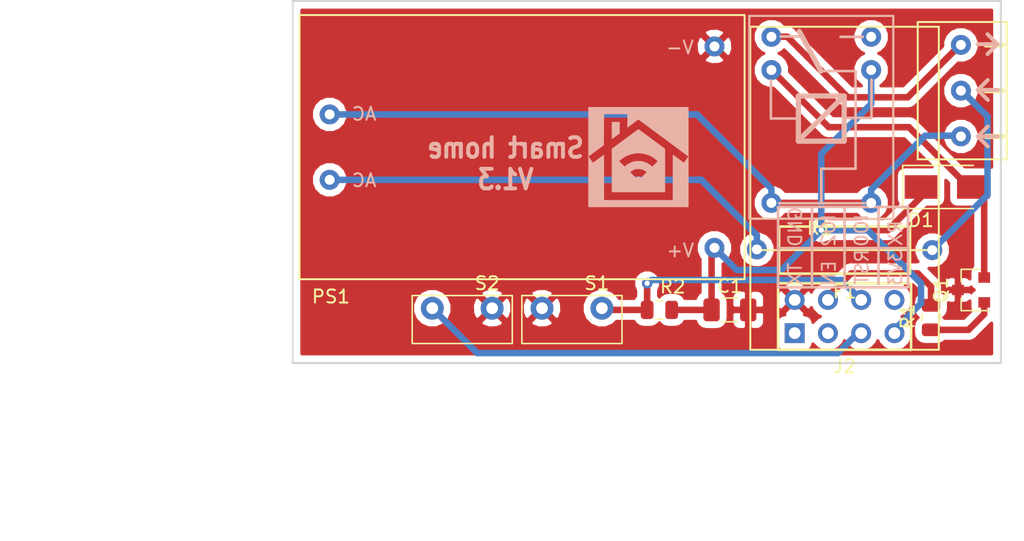
<source format=kicad_pcb>
(kicad_pcb (version 20171130) (host pcbnew 5.0.2+dfsg1-1)

  (general
    (thickness 1.6)
    (drawings 14)
    (tracks 74)
    (zones 0)
    (modules 15)
    (nets 16)
  )

  (page A4)
  (title_block
    (title "Smart Home Device")
    (rev v1.3)
    (comment 4 "Guillermo Gonzalez")
  )

  (layers
    (0 F.Cu signal)
    (31 B.Cu signal)
    (32 B.Adhes user)
    (33 F.Adhes user)
    (34 B.Paste user)
    (35 F.Paste user)
    (36 B.SilkS user)
    (37 F.SilkS user)
    (38 B.Mask user)
    (39 F.Mask user)
    (40 Dwgs.User user)
    (41 Cmts.User user)
    (42 Eco1.User user)
    (43 Eco2.User user)
    (44 Edge.Cuts user)
    (45 Margin user)
    (46 B.CrtYd user)
    (47 F.CrtYd user)
    (48 B.Fab user)
    (49 F.Fab user)
  )

  (setup
    (last_trace_width 0.5)
    (trace_clearance 0.2)
    (zone_clearance 0.508)
    (zone_45_only no)
    (trace_min 0.2)
    (segment_width 0.3)
    (edge_width 0.15)
    (via_size 0.8)
    (via_drill 0.4)
    (via_min_size 0.4)
    (via_min_drill 0.3)
    (uvia_size 0.3)
    (uvia_drill 0.1)
    (uvias_allowed no)
    (uvia_min_size 0.2)
    (uvia_min_drill 0.1)
    (pcb_text_width 0.3)
    (pcb_text_size 1.5 1.5)
    (mod_edge_width 0.15)
    (mod_text_size 1 1)
    (mod_text_width 0.15)
    (pad_size 1.75 1.75)
    (pad_drill 0.9)
    (pad_to_mask_clearance 0.051)
    (solder_mask_min_width 0.25)
    (aux_axis_origin 0 0)
    (visible_elements FFFFFFFF)
    (pcbplotparams
      (layerselection 0x010fc_ffffffff)
      (usegerberextensions true)
      (usegerberattributes false)
      (usegerberadvancedattributes false)
      (creategerberjobfile false)
      (excludeedgelayer true)
      (linewidth 1.000000)
      (plotframeref false)
      (viasonmask false)
      (mode 1)
      (useauxorigin false)
      (hpglpennumber 1)
      (hpglpenspeed 20)
      (hpglpendiameter 15.000000)
      (psnegative false)
      (psa4output false)
      (plotreference true)
      (plotvalue false)
      (plotinvisibletext false)
      (padsonsilk false)
      (subtractmaskfromsilk true)
      (outputformat 1)
      (mirror false)
      (drillshape 0)
      (scaleselection 1)
      (outputdirectory "/home/guille/kicad/smarthome-gerber/"))
  )

  (net 0 "")
  (net 1 LINE)
  (net 2 +VSW)
  (net 3 "Net-(J2-Pad1)")
  (net 4 "Net-(J2-Pad2)")
  (net 5 GND)
  (net 6 "Net-(J2-Pad5)")
  (net 7 "Net-(J2-Pad6)")
  (net 8 "Net-(F1-Pad1)")
  (net 9 "Net-(J2-Pad3)")
  (net 10 "Net-(J2-Pad7)")
  (net 11 "Net-(K1-Pad3)")
  (net 12 +3V3)
  (net 13 "Net-(D1-Pad2)")
  (net 14 "Net-(Q1-Pad2)")
  (net 15 "Net-(F1-Pad2)")

  (net_class Default "This is the default net class."
    (clearance 0.2)
    (trace_width 0.5)
    (via_dia 0.8)
    (via_drill 0.4)
    (uvia_dia 0.3)
    (uvia_drill 0.1)
    (add_net +3V3)
    (add_net +VSW)
    (add_net GND)
    (add_net LINE)
    (add_net "Net-(D1-Pad2)")
    (add_net "Net-(F1-Pad1)")
    (add_net "Net-(F1-Pad2)")
    (add_net "Net-(J2-Pad1)")
    (add_net "Net-(J2-Pad2)")
    (add_net "Net-(J2-Pad3)")
    (add_net "Net-(J2-Pad5)")
    (add_net "Net-(J2-Pad6)")
    (add_net "Net-(J2-Pad7)")
    (add_net "Net-(K1-Pad3)")
    (add_net "Net-(Q1-Pad2)")
  )

  (module footprints:logo (layer F.Cu) (tedit 62D1AC5A) (tstamp 62C645D2)
    (at 105.156 90.424)
    (fp_text reference G*** (at -11.684 9.906) (layer F.SilkS) hide
      (effects (font (size 1.524 1.524) (thickness 0.3)))
    )
    (fp_text value LOGO (at -10.668 3.302) (layer F.SilkS) hide
      (effects (font (size 1.524 1.524) (thickness 0.3)))
    )
  )

  (module footprints:logo (layer F.Cu) (tedit 62D1AC59) (tstamp 62C645DC)
    (at 102.87 98.044)
    (fp_text reference G*** (at 0.508 3.302) (layer F.SilkS) hide
      (effects (font (size 1.524 1.524) (thickness 0.3)))
    )
    (fp_text value LOGO (at 0.75 0) (layer F.SilkS) hide
      (effects (font (size 1.524 1.524) (thickness 0.3)))
    )
  )

  (module footprints:D_SMA (layer F.Cu) (tedit 586432E5) (tstamp 63481D4E)
    (at 163.036 75.692)
    (descr "Diode SMA (DO-214AC)")
    (tags "Diode SMA (DO-214AC)")
    (path /62CABD93)
    (attr smd)
    (fp_text reference D1 (at -2 2.54) (layer F.SilkS)
      (effects (font (size 1 1) (thickness 0.15)))
    )
    (fp_text value Diode (at 0 2.6) (layer F.Fab)
      (effects (font (size 1 1) (thickness 0.15)))
    )
    (fp_line (start -3.4 -1.65) (end 2 -1.65) (layer F.SilkS) (width 0.12))
    (fp_line (start -3.4 1.65) (end 2 1.65) (layer F.SilkS) (width 0.12))
    (fp_line (start -0.64944 0.00102) (end 0.50118 -0.79908) (layer F.Fab) (width 0.1))
    (fp_line (start -0.64944 0.00102) (end 0.50118 0.75032) (layer F.Fab) (width 0.1))
    (fp_line (start 0.50118 0.75032) (end 0.50118 -0.79908) (layer F.Fab) (width 0.1))
    (fp_line (start -0.64944 -0.79908) (end -0.64944 0.80112) (layer F.Fab) (width 0.1))
    (fp_line (start 0.50118 0.00102) (end 1.4994 0.00102) (layer F.Fab) (width 0.1))
    (fp_line (start -0.64944 0.00102) (end -1.55114 0.00102) (layer F.Fab) (width 0.1))
    (fp_line (start -3.5 1.75) (end -3.5 -1.75) (layer F.CrtYd) (width 0.05))
    (fp_line (start 3.5 1.75) (end -3.5 1.75) (layer F.CrtYd) (width 0.05))
    (fp_line (start 3.5 -1.75) (end 3.5 1.75) (layer F.CrtYd) (width 0.05))
    (fp_line (start -3.5 -1.75) (end 3.5 -1.75) (layer F.CrtYd) (width 0.05))
    (fp_line (start 2.3 -1.5) (end -2.3 -1.5) (layer F.Fab) (width 0.1))
    (fp_line (start 2.3 -1.5) (end 2.3 1.5) (layer F.Fab) (width 0.1))
    (fp_line (start -2.3 1.5) (end -2.3 -1.5) (layer F.Fab) (width 0.1))
    (fp_line (start 2.3 1.5) (end -2.3 1.5) (layer F.Fab) (width 0.1))
    (fp_line (start -3.4 -1.65) (end -3.4 1.65) (layer F.SilkS) (width 0.12))
    (fp_text user %R (at -0.984 2.54) (layer F.Fab)
      (effects (font (size 1 1) (thickness 0.15)))
    )
    (pad 2 smd rect (at 2 0) (size 2.5 1.8) (layers F.Cu F.Paste F.Mask)
      (net 13 "Net-(D1-Pad2)"))
    (pad 1 smd rect (at -2 0) (size 2.5 1.8) (layers F.Cu F.Paste F.Mask)
      (net 12 +3V3))
    (model ${KISYS3DMOD}/Diode_SMD.3dshapes/D_SMA.wrl
      (at (xyz 0 0 0))
      (scale (xyz 1 1 1))
      (rotate (xyz 0 0 0))
    )
  )

  (module footprints:R_0805_2012Metric (layer F.Cu) (tedit 5B36C52B) (tstamp 62DD76ED)
    (at 161.798 85.6765 90)
    (descr "Resistor SMD 0805 (2012 Metric), square (rectangular) end terminal, IPC_7351 nominal, (Body size source: https://docs.google.com/spreadsheets/d/1BsfQQcO9C6DZCsRaXUlFlo91Tg2WpOkGARC1WS5S8t0/edit?usp=sharing), generated with kicad-footprint-generator")
    (tags resistor)
    (path /62CA9825)
    (attr smd)
    (fp_text reference R1 (at 0.0785 -1.778 90) (layer F.SilkS)
      (effects (font (size 1 1) (thickness 0.15)))
    )
    (fp_text value 1K (at 0 1.65 90) (layer F.Fab)
      (effects (font (size 1 1) (thickness 0.15)))
    )
    (fp_text user %R (at 0 0 90) (layer F.Fab)
      (effects (font (size 0.5 0.5) (thickness 0.08)))
    )
    (fp_line (start 1.68 0.95) (end -1.68 0.95) (layer F.CrtYd) (width 0.05))
    (fp_line (start 1.68 -0.95) (end 1.68 0.95) (layer F.CrtYd) (width 0.05))
    (fp_line (start -1.68 -0.95) (end 1.68 -0.95) (layer F.CrtYd) (width 0.05))
    (fp_line (start -1.68 0.95) (end -1.68 -0.95) (layer F.CrtYd) (width 0.05))
    (fp_line (start -0.258578 0.71) (end 0.258578 0.71) (layer F.SilkS) (width 0.12))
    (fp_line (start -0.258578 -0.71) (end 0.258578 -0.71) (layer F.SilkS) (width 0.12))
    (fp_line (start 1 0.6) (end -1 0.6) (layer F.Fab) (width 0.1))
    (fp_line (start 1 -0.6) (end 1 0.6) (layer F.Fab) (width 0.1))
    (fp_line (start -1 -0.6) (end 1 -0.6) (layer F.Fab) (width 0.1))
    (fp_line (start -1 0.6) (end -1 -0.6) (layer F.Fab) (width 0.1))
    (pad 2 smd roundrect (at 0.9375 0 90) (size 0.975 1.4) (layers F.Cu F.Paste F.Mask) (roundrect_rratio 0.25)
      (net 10 "Net-(J2-Pad7)"))
    (pad 1 smd roundrect (at -0.9375 0 90) (size 0.975 1.4) (layers F.Cu F.Paste F.Mask) (roundrect_rratio 0.25)
      (net 14 "Net-(Q1-Pad2)"))
    (model ${KISYS3DMOD}/Resistor_SMD.3dshapes/R_0805_2012Metric.wrl
      (at (xyz 0 0 0))
      (scale (xyz 1 1 1))
      (rotate (xyz 0 0 0))
    )
  )

  (module footprints:C_1206_3216Metric (layer F.Cu) (tedit 5B301BBE) (tstamp 6369716F)
    (at 146.434 85.09)
    (descr "Capacitor SMD 1206 (3216 Metric), square (rectangular) end terminal, IPC_7351 nominal, (Body size source: http://www.tortai-tech.com/upload/download/2011102023233369053.pdf), generated with kicad-footprint-generator")
    (tags capacitor)
    (path /62B3A0CF)
    (attr smd)
    (fp_text reference C1 (at 0 -1.82) (layer F.SilkS)
      (effects (font (size 1 1) (thickness 0.15)))
    )
    (fp_text value 10uF (at 0 1.82) (layer F.Fab)
      (effects (font (size 1 1) (thickness 0.15)))
    )
    (fp_text user %R (at 0 0) (layer F.Fab)
      (effects (font (size 0.8 0.8) (thickness 0.12)))
    )
    (fp_line (start 2.28 1.12) (end -2.28 1.12) (layer F.CrtYd) (width 0.05))
    (fp_line (start 2.28 -1.12) (end 2.28 1.12) (layer F.CrtYd) (width 0.05))
    (fp_line (start -2.28 -1.12) (end 2.28 -1.12) (layer F.CrtYd) (width 0.05))
    (fp_line (start -2.28 1.12) (end -2.28 -1.12) (layer F.CrtYd) (width 0.05))
    (fp_line (start -0.602064 0.91) (end 0.602064 0.91) (layer F.SilkS) (width 0.12))
    (fp_line (start -0.602064 -0.91) (end 0.602064 -0.91) (layer F.SilkS) (width 0.12))
    (fp_line (start 1.6 0.8) (end -1.6 0.8) (layer F.Fab) (width 0.1))
    (fp_line (start 1.6 -0.8) (end 1.6 0.8) (layer F.Fab) (width 0.1))
    (fp_line (start -1.6 -0.8) (end 1.6 -0.8) (layer F.Fab) (width 0.1))
    (fp_line (start -1.6 0.8) (end -1.6 -0.8) (layer F.Fab) (width 0.1))
    (pad 2 smd roundrect (at 1.4 0) (size 1.25 1.75) (layers F.Cu F.Paste F.Mask) (roundrect_rratio 0.2)
      (net 5 GND))
    (pad 1 smd roundrect (at -1.4 0) (size 1.25 1.75) (layers F.Cu F.Paste F.Mask) (roundrect_rratio 0.2)
      (net 12 +3V3))
    (model ${KISYS3DMOD}/Capacitor_SMD.3dshapes/C_1206_3216Metric.wrl
      (at (xyz 0 0 0))
      (scale (xyz 1 1 1))
      (rotate (xyz 0 0 0))
    )
  )

  (module footprints:SOT-23 (layer F.Cu) (tedit 62C9F7AA) (tstamp 62DCFC50)
    (at 164.862 83.566 180)
    (descr "SOT-23, Standard")
    (tags SOT-23)
    (path /62C9EFB8)
    (attr smd)
    (fp_text reference Q1 (at 2.302 0 270) (layer F.SilkS)
      (effects (font (size 1 1) (thickness 0.15)))
    )
    (fp_text value MMBT4403 (at 0 2.5 180) (layer F.Fab)
      (effects (font (size 1 1) (thickness 0.15)))
    )
    (fp_line (start 0.76 1.58) (end -0.7 1.58) (layer F.SilkS) (width 0.12))
    (fp_line (start 0.76 -1.58) (end -1.4 -1.58) (layer F.SilkS) (width 0.12))
    (fp_line (start -1.7 1.75) (end -1.7 -1.75) (layer F.CrtYd) (width 0.05))
    (fp_line (start 1.7 1.75) (end -1.7 1.75) (layer F.CrtYd) (width 0.05))
    (fp_line (start 1.7 -1.75) (end 1.7 1.75) (layer F.CrtYd) (width 0.05))
    (fp_line (start -1.7 -1.75) (end 1.7 -1.75) (layer F.CrtYd) (width 0.05))
    (fp_line (start 0.76 -1.58) (end 0.76 -0.65) (layer F.SilkS) (width 0.12))
    (fp_line (start 0.76 1.58) (end 0.76 0.65) (layer F.SilkS) (width 0.12))
    (fp_line (start -0.7 1.52) (end 0.7 1.52) (layer F.Fab) (width 0.1))
    (fp_line (start 0.7 -1.52) (end 0.7 1.52) (layer F.Fab) (width 0.1))
    (fp_line (start -0.7 -0.95) (end -0.15 -1.52) (layer F.Fab) (width 0.1))
    (fp_line (start -0.15 -1.52) (end 0.7 -1.52) (layer F.Fab) (width 0.1))
    (fp_line (start -0.7 -0.95) (end -0.7 1.5) (layer F.Fab) (width 0.1))
    (fp_text user %R (at 0 0 270) (layer F.Fab)
      (effects (font (size 0.5 0.5) (thickness 0.075)))
    )
    (pad 3 smd rect (at 1 0 180) (size 0.9 0.8) (layers F.Cu F.Paste F.Mask)
      (net 5 GND))
    (pad 1 smd rect (at -1 0.95 180) (size 0.9 0.8) (layers F.Cu F.Paste F.Mask)
      (net 13 "Net-(D1-Pad2)"))
    (pad 2 smd rect (at -1 -0.95 180) (size 0.9 0.8) (layers F.Cu F.Paste F.Mask)
      (net 14 "Net-(Q1-Pad2)"))
    (model ${KISYS3DMOD}/Package_TO_SOT_SMD.3dshapes/SOT-23.wrl
      (at (xyz 0 0 0))
      (scale (xyz 1 1 1))
      (rotate (xyz 0 0 0))
    )
  )

  (module footprints:logo (layer B.Cu) (tedit 0) (tstamp 62DD867E)
    (at 139.446 73.406 180)
    (fp_text reference G*** (at 0 0 180) (layer B.SilkS) hide
      (effects (font (size 1.524 1.524) (thickness 0.3)) (justify mirror))
    )
    (fp_text value LOGO (at 0.75 0 180) (layer B.SilkS) hide
      (effects (font (size 1.524 1.524) (thickness 0.3)) (justify mirror))
    )
    (fp_poly (pts (xy 2.032 2.032) (xy 2.031918 1.895088) (xy 2.031683 1.767839) (xy 2.031313 1.653268)
      (xy 2.030824 1.554389) (xy 2.030234 1.474217) (xy 2.02956 1.415765) (xy 2.02882 1.382049)
      (xy 2.028264 1.37478) (xy 2.015763 1.383362) (xy 1.982591 1.407391) (xy 1.932033 1.444451)
      (xy 1.867375 1.492127) (xy 1.791904 1.548004) (xy 1.729441 1.594392) (xy 1.434353 1.813813)
      (xy 1.434353 2.689412) (xy 2.032 2.689412) (xy 2.032 2.032)) (layer B.SilkS) (width 0.01))
    (fp_poly (pts (xy 0.015154 2.119036) (xy 0.052451 2.093768) (xy 0.110089 2.05324) (xy 0.186264 1.998763)
      (xy 0.279176 1.931645) (xy 0.387022 1.853196) (xy 0.508 1.764725) (xy 0.640308 1.667542)
      (xy 0.782144 1.562954) (xy 0.931705 1.452273) (xy 1.027157 1.381436) (xy 2.031903 0.635)
      (xy 2.031951 -1.027206) (xy 2.032 -2.689411) (xy -2.032 -2.689411) (xy -2.031745 -1.156586)
      (xy -0.628495 -1.156586) (xy -0.422772 -1.362705) (xy -0.359465 -1.42612) (xy -0.304033 -1.481622)
      (xy -0.259681 -1.526005) (xy -0.229612 -1.556062) (xy -0.217031 -1.568587) (xy -0.216848 -1.568761)
      (xy -0.204673 -1.562605) (xy -0.173473 -1.546791) (xy -0.143145 -1.531408) (xy -0.051846 -1.499442)
      (xy 0.038499 -1.497238) (xy 0.129586 -1.524796) (xy 0.143144 -1.531358) (xy 0.216647 -1.568599)
      (xy 0.424248 -1.361045) (xy 0.631849 -1.15349) (xy 0.528836 -1.077717) (xy 0.394094 -0.996115)
      (xy 0.247595 -0.939221) (xy 0.094603 -0.908402) (xy -0.059621 -0.905029) (xy -0.113303 -0.910639)
      (xy -0.250477 -0.941056) (xy -0.384668 -0.991891) (xy -0.506915 -1.059134) (xy -0.594395 -1.125887)
      (xy -0.628495 -1.156586) (xy -2.031745 -1.156586) (xy -2.031723 -1.027206) (xy -2.031604 -0.31155)
      (xy -1.471706 -0.31155) (xy -1.263674 -0.520888) (xy -1.055641 -0.730226) (xy -0.983526 -0.665389)
      (xy -0.928936 -0.619669) (xy -0.866081 -0.571789) (xy -0.828362 -0.545427) (xy -0.717904 -0.480546)
      (xy -0.590768 -0.419581) (xy -0.460092 -0.368419) (xy -0.37353 -0.341587) (xy -0.319033 -0.328068)
      (xy -0.267413 -0.318539) (xy -0.211474 -0.312336) (xy -0.144015 -0.30879) (xy -0.057838 -0.307236)
      (xy 0 -0.306988) (xy 0.098707 -0.307426) (xy 0.174707 -0.309486) (xy 0.235161 -0.313822)
      (xy 0.287229 -0.32109) (xy 0.338072 -0.331943) (xy 0.373529 -0.341142) (xy 0.544902 -0.399165)
      (xy 0.711252 -0.47735) (xy 0.864323 -0.571311) (xy 0.983526 -0.665389) (xy 1.05564 -0.730226)
      (xy 1.471706 -0.31182) (xy 1.397 -0.243101) (xy 1.20943 -0.09067) (xy 1.005063 0.037323)
      (xy 0.784905 0.140437) (xy 0.54996 0.218234) (xy 0.301235 0.270275) (xy 0.187232 0.284949)
      (xy -0.038425 0.29421) (xy -0.267661 0.27618) (xy -0.496219 0.232256) (xy -0.719847 0.163833)
      (xy -0.934288 0.072306) (xy -1.135288 -0.040931) (xy -1.318593 -0.17448) (xy -1.382059 -0.229658)
      (xy -1.471706 -0.31155) (xy -2.031604 -0.31155) (xy -2.031445 0.635) (xy -1.026928 1.381299)
      (xy -0.873512 1.495086) (xy -0.726708 1.603593) (xy -0.58832 1.70551) (xy -0.460149 1.799528)
      (xy -0.343999 1.884336) (xy -0.24167 1.958624) (xy -0.154966 2.021082) (xy -0.085689 2.0704)
      (xy -0.035642 2.105269) (xy -0.006625 2.124377) (xy 0 2.127735) (xy 0.015154 2.119036)) (layer B.SilkS) (width 0.01))
    (fp_poly (pts (xy 3.824941 -3.824941) (xy -3.824941 -3.824941) (xy -3.824941 0.039667) (xy -3.809508 0.039667)
      (xy -3.801119 0.024291) (xy -3.777466 -0.011024) (xy -3.741302 -0.062373) (xy -3.695378 -0.125856)
      (xy -3.642446 -0.197568) (xy -3.63834 -0.203076) (xy -3.46668 -0.433192) (xy -3.055222 -0.126949)
      (xy -2.958303 -0.054961) (xy -2.869107 0.011007) (xy -2.790432 0.068909) (xy -2.725072 0.116698)
      (xy -2.675824 0.152329) (xy -2.645484 0.173755) (xy -2.636706 0.179294) (xy -2.63579 0.164663)
      (xy -2.634909 0.122006) (xy -2.63407 0.053182) (xy -2.63328 -0.039953) (xy -2.632548 -0.155542)
      (xy -2.631881 -0.291726) (xy -2.631286 -0.446649) (xy -2.630771 -0.618454) (xy -2.630344 -0.805283)
      (xy -2.630012 -1.005278) (xy -2.629782 -1.216584) (xy -2.629663 -1.437341) (xy -2.629647 -1.553882)
      (xy -2.629647 -3.287059) (xy 2.629647 -3.287059) (xy 2.629647 -1.553882) (xy 2.62971 -1.328988)
      (xy 2.629895 -1.112593) (xy 2.630192 -0.906552) (xy 2.630595 -0.712723) (xy 2.631095 -0.532964)
      (xy 2.631684 -0.369132) (xy 2.632354 -0.223084) (xy 2.633097 -0.096678) (xy 2.633906 0.00823)
      (xy 2.634771 0.089782) (xy 2.635685 0.146121) (xy 2.636639 0.175389) (xy 2.637144 0.179294)
      (xy 2.650464 0.170689) (xy 2.684917 0.14624) (xy 2.737701 0.107994) (xy 2.806017 0.058)
      (xy 2.887062 -0.001695) (xy 2.978036 -0.069042) (xy 3.05557 -0.126671) (xy 3.4665 -0.432637)
      (xy 3.63825 -0.203825) (xy 3.691715 -0.131875) (xy 3.738329 -0.067765) (xy 3.775325 -0.015416)
      (xy 3.799933 0.02125) (xy 3.809385 0.038311) (xy 3.809409 0.038641) (xy 3.79764 0.049981)
      (xy 3.764114 0.077265) (xy 3.711143 0.118729) (xy 3.64104 0.172608) (xy 3.556118 0.237135)
      (xy 3.458688 0.310547) (xy 3.351063 0.391078) (xy 3.235556 0.476962) (xy 3.222968 0.48629)
      (xy 2.637117 0.920287) (xy 2.629467 3.287059) (xy 0.836706 3.287059) (xy 0.836706 2.256924)
      (xy 0.426184 2.562815) (xy 0.32905 2.63488) (xy 0.239256 2.700899) (xy 0.159665 2.758815)
      (xy 0.093139 2.806569) (xy 0.042539 2.842103) (xy 0.010728 2.86336) (xy 0.000785 2.868706)
      (xy -0.012717 2.859949) (xy -0.048855 2.834331) (xy -0.106297 2.792835) (xy -0.18371 2.736445)
      (xy -0.27976 2.666141) (xy -0.393113 2.582907) (xy -0.522436 2.487725) (xy -0.666396 2.381578)
      (xy -0.82366 2.265447) (xy -0.992893 2.140316) (xy -1.172762 2.007167) (xy -1.361935 1.866983)
      (xy -1.559077 1.720745) (xy -1.762855 1.569436) (xy -1.788819 1.550147) (xy -1.995497 1.396603)
      (xy -2.197002 1.246922) (xy -2.391891 1.102176) (xy -2.578718 0.963437) (xy -2.75604 0.831776)
      (xy -2.922413 0.708265) (xy -3.076391 0.593977) (xy -3.216532 0.489983) (xy -3.341391 0.397355)
      (xy -3.449523 0.317165) (xy -3.539484 0.250484) (xy -3.609831 0.198384) (xy -3.659118 0.161938)
      (xy -3.685903 0.142217) (xy -3.68628 0.141941) (xy -3.737716 0.103238) (xy -3.778653 0.070279)
      (xy -3.803918 0.047357) (xy -3.809508 0.039667) (xy -3.824941 0.039667) (xy -3.824941 3.824941)
      (xy 3.824941 3.824941) (xy 3.824941 -3.824941)) (layer B.SilkS) (width 0.01))
  )

  (module footprints:R_0805_2012Metric (layer F.Cu) (tedit 5B36C52B) (tstamp 638C05AB)
    (at 141.0485 85.09)
    (descr "Resistor SMD 0805 (2012 Metric), square (rectangular) end terminal, IPC_7351 nominal, (Body size source: https://docs.google.com/spreadsheets/d/1BsfQQcO9C6DZCsRaXUlFlo91Tg2WpOkGARC1WS5S8t0/edit?usp=sharing), generated with kicad-footprint-generator")
    (tags resistor)
    (path /62CB6C0D)
    (attr smd)
    (fp_text reference R2 (at 1.016 -1.778) (layer F.SilkS)
      (effects (font (size 1 1) (thickness 0.15)))
    )
    (fp_text value 10K (at 0 1.65) (layer F.Fab)
      (effects (font (size 1 1) (thickness 0.15)))
    )
    (fp_text user %R (at 0.5865 0.508) (layer F.Fab)
      (effects (font (size 0.5 0.5) (thickness 0.08)))
    )
    (fp_line (start 1.68 0.95) (end -1.68 0.95) (layer F.CrtYd) (width 0.05))
    (fp_line (start 1.68 -0.95) (end 1.68 0.95) (layer F.CrtYd) (width 0.05))
    (fp_line (start -1.68 -0.95) (end 1.68 -0.95) (layer F.CrtYd) (width 0.05))
    (fp_line (start -1.68 0.95) (end -1.68 -0.95) (layer F.CrtYd) (width 0.05))
    (fp_line (start -0.258578 0.71) (end 0.258578 0.71) (layer F.SilkS) (width 0.12))
    (fp_line (start -0.258578 -0.71) (end 0.258578 -0.71) (layer F.SilkS) (width 0.12))
    (fp_line (start 1 0.6) (end -1 0.6) (layer F.Fab) (width 0.1))
    (fp_line (start 1 -0.6) (end 1 0.6) (layer F.Fab) (width 0.1))
    (fp_line (start -1 -0.6) (end 1 -0.6) (layer F.Fab) (width 0.1))
    (fp_line (start -1 0.6) (end -1 -0.6) (layer F.Fab) (width 0.1))
    (pad 2 smd roundrect (at 0.9375 0) (size 0.975 1.4) (layers F.Cu F.Paste F.Mask) (roundrect_rratio 0.25)
      (net 12 +3V3))
    (pad 1 smd roundrect (at -0.9375 0) (size 0.975 1.4) (layers F.Cu F.Paste F.Mask) (roundrect_rratio 0.25)
      (net 7 "Net-(J2-Pad6)"))
    (model ${KISYS3DMOD}/Resistor_SMD.3dshapes/R_0805_2012Metric.wrl
      (at (xyz 0 0 0))
      (scale (xyz 1 1 1))
      (rotate (xyz 0 0 0))
    )
  )

  (module footprints:SW_Tactile (layer F.Cu) (tedit 62D163C5) (tstamp 62DD400B)
    (at 134.366 85.852 180)
    (descr "tactile switch SPST right angle, PTS645VL39-2 LFS")
    (tags "tactile switch SPST angled PTS645VL39-2 LFS C&K Button")
    (path /62CB6294)
    (fp_text reference S1 (at -1.905 2.794 180) (layer F.SilkS)
      (effects (font (size 1 1) (thickness 0.15)))
    )
    (fp_text value "init setup" (at -0.127 4.953 180) (layer F.Fab)
      (effects (font (size 1 1) (thickness 0.15)))
    )
    (fp_line (start -3.824 1.859) (end 3.824 1.859) (layer F.SilkS) (width 0.12))
    (fp_line (start -3.714 1.749) (end -3.714 -1.701) (layer F.CrtYd) (width 0.1))
    (fp_line (start -3.714 -1.701) (end 3.714 -1.701) (layer F.CrtYd) (width 0.1))
    (fp_line (start -3.824 -1.811) (end -3.824 1.859) (layer F.SilkS) (width 0.12))
    (fp_line (start 3.824 -1.811) (end 3.824 1.859) (layer F.SilkS) (width 0.12))
    (fp_line (start -3.824 -1.811) (end 3.824 -1.811) (layer F.SilkS) (width 0.12))
    (fp_line (start 3.714 1.749) (end 3.714 -1.701) (layer F.CrtYd) (width 0.1))
    (fp_line (start -3.714 1.749) (end 3.714 1.749) (layer F.CrtYd) (width 0.1))
    (fp_line (start -1.786 -2.961) (end 1.714 -2.961) (layer F.CrtYd) (width 0.1))
    (fp_line (start 1.714 -2.961) (end 1.714 -1.701) (layer F.CrtYd) (width 0.1))
    (fp_line (start -1.786 -2.961) (end -1.786 -1.701) (layer F.CrtYd) (width 0.1))
    (pad 1 thru_hole circle (at -2.286 0.889 180) (size 1.75 1.75) (drill 0.9) (layers *.Cu *.Mask)
      (net 7 "Net-(J2-Pad6)"))
    (pad 2 thru_hole circle (at 2.286 0.889 180) (size 1.75 1.75) (drill 0.9) (layers *.Cu *.Mask)
      (net 5 GND))
    (model ${KISYS3DMOD}/Button_Switch_THT.3dshapes/SW_Tactile_SPST_Angled_PTS645Vx39-2LFS.wrl
      (at (xyz 0 0 0))
      (scale (xyz 1 1 1))
      (rotate (xyz 0 0 0))
    )
  )

  (module footprints:SW_Tactile (layer F.Cu) (tedit 62D163C5) (tstamp 62DD411E)
    (at 125.984 85.852 180)
    (descr "tactile switch SPST right angle, PTS645VL39-2 LFS")
    (tags "tactile switch SPST angled PTS645VL39-2 LFS C&K Button")
    (path /62CC5C08)
    (fp_text reference S2 (at -1.905 2.794 180) (layer F.SilkS)
      (effects (font (size 1 1) (thickness 0.15)))
    )
    (fp_text value reset (at -0.127 4.953 180) (layer F.Fab)
      (effects (font (size 1 1) (thickness 0.15)))
    )
    (fp_line (start -3.824 1.859) (end 3.824 1.859) (layer F.SilkS) (width 0.12))
    (fp_line (start -3.714 1.749) (end -3.714 -1.701) (layer F.CrtYd) (width 0.1))
    (fp_line (start -3.714 -1.701) (end 3.714 -1.701) (layer F.CrtYd) (width 0.1))
    (fp_line (start -3.824 -1.811) (end -3.824 1.859) (layer F.SilkS) (width 0.12))
    (fp_line (start 3.824 -1.811) (end 3.824 1.859) (layer F.SilkS) (width 0.12))
    (fp_line (start -3.824 -1.811) (end 3.824 -1.811) (layer F.SilkS) (width 0.12))
    (fp_line (start 3.714 1.749) (end 3.714 -1.701) (layer F.CrtYd) (width 0.1))
    (fp_line (start -3.714 1.749) (end 3.714 1.749) (layer F.CrtYd) (width 0.1))
    (fp_line (start -1.786 -2.961) (end 1.714 -2.961) (layer F.CrtYd) (width 0.1))
    (fp_line (start 1.714 -2.961) (end 1.714 -1.701) (layer F.CrtYd) (width 0.1))
    (fp_line (start -1.786 -2.961) (end -1.786 -1.701) (layer F.CrtYd) (width 0.1))
    (pad 1 thru_hole circle (at -2.286 0.889 180) (size 1.75 1.75) (drill 0.9) (layers *.Cu *.Mask)
      (net 5 GND))
    (pad 2 thru_hole circle (at 2.286 0.889 180) (size 1.75 1.75) (drill 0.9) (layers *.Cu *.Mask)
      (net 9 "Net-(J2-Pad3)"))
    (model ${KISYS3DMOD}/Button_Switch_THT.3dshapes/SW_Tactile_SPST_Angled_PTS645Vx39-2LFS.wrl
      (at (xyz 0 0 0))
      (scale (xyz 1 1 1))
      (rotate (xyz 0 0 0))
    )
  )

  (module footprints:KF350 (layer F.Cu) (tedit 62D1650B) (tstamp 62DD46F5)
    (at 164.084 68.326 90)
    (path /62B11E95)
    (fp_text reference J1 (at 0 5.08 90) (layer F.SilkS) hide
      (effects (font (size 1.524 1.524) (thickness 0.3)))
    )
    (fp_text value KF350 (at 0 -5.08 90) (layer F.SilkS) hide
      (effects (font (size 1.524 1.524) (thickness 0.3)))
    )
    (fp_line (start -5.25 3.5) (end -5.25 -3.3) (layer F.SilkS) (width 0.15))
    (fp_line (start 5.25 3.5) (end 5.25 -3.3) (layer F.SilkS) (width 0.15))
    (fp_line (start 5.25 -3.3) (end -5.25 -3.3) (layer F.SilkS) (width 0.15))
    (fp_line (start 5.25 3.5) (end -5.25 3.5) (layer F.SilkS) (width 0.15))
    (fp_line (start 0 1.905) (end 0 3.175) (layer F.SilkS) (width 0.4))
    (fp_line (start 3.5 1.905) (end 3.5 3.175) (layer F.SilkS) (width 0.4))
    (fp_line (start -3.5 1.905) (end -3.5 3.175) (layer F.SilkS) (width 0.4))
    (fp_line (start -5.35 -3.4) (end -5.35 3.6) (layer F.CrtYd) (width 0.2))
    (fp_line (start -5.35 3.6) (end 5.35 3.6) (layer F.CrtYd) (width 0.2))
    (fp_line (start 5.347986 3.563671) (end 5.347986 -3.436329) (layer F.CrtYd) (width 0.2))
    (fp_line (start 5.347986 -3.436329) (end -5.352014 -3.436329) (layer F.CrtYd) (width 0.2))
    (pad 1 thru_hole circle (at -3.5 0 90) (size 1.524 1.524) (drill 0.762) (layers *.Cu *.Mask)
      (net 1 LINE))
    (pad 2 thru_hole circle (at 0 0 90) (size 1.524 1.524) (drill 0.762) (layers *.Cu *.Mask)
      (net 15 "Net-(F1-Pad2)"))
    (pad 3 thru_hole circle (at 3.5 0 90) (size 1.524 1.524) (drill 0.762) (layers *.Cu *.Mask)
      (net 2 +VSW))
  )

  (module "footprints:JRC-21F(4100)" (layer F.Cu) (tedit 62D177EA) (tstamp 62DD5924)
    (at 153.416 70.358 90)
    (path /62B11642)
    (fp_text reference K1 (at -8.4836 -0.127 180) (layer F.SilkS)
      (effects (font (size 1 1) (thickness 0.15)))
    )
    (fp_text value "JRC-21F(4100)" (at 0 0 90) (layer F.Fab)
      (effects (font (size 1 1) (thickness 0.15)))
    )
    (fp_line (start -7.75 -5.5) (end -7.75 5.5) (layer F.SilkS) (width 0.15))
    (fp_line (start 7.75 -5.5) (end 7.75 5.5) (layer F.SilkS) (width 0.15))
    (fp_line (start 7.75 5.5) (end -7.75 5.5) (layer F.SilkS) (width 0.15))
    (fp_line (start 7.75 -5.5) (end -7.75 -5.5) (layer F.SilkS) (width 0.15))
    (fp_line (start 7.85 5.6) (end 7.85 -5.6) (layer F.CrtYd) (width 0.2))
    (fp_line (start -7.85 5.6) (end -7.85 -5.6) (layer F.CrtYd) (width 0.2))
    (fp_line (start -7.85 -5.6) (end 7.85 -5.6) (layer F.CrtYd) (width 0.2))
    (fp_line (start -7.85 5.6) (end 7.85 5.6) (layer F.CrtYd) (width 0.2))
    (fp_line (start -1.8288 -1.75) (end -1.8288 1.75) (layer B.SilkS) (width 0.4))
    (fp_line (start -1.8288 1.75) (end 1.6256 1.75) (layer B.SilkS) (width 0.4))
    (fp_line (start 1.627462 -1.75) (end -1.826938 -1.75) (layer B.SilkS) (width 0.4))
    (fp_line (start 1.627462 1.75) (end 1.627462 -1.75) (layer B.SilkS) (width 0.4))
    (fp_line (start -1.778 -1.75) (end 1.5748 1.7018) (layer B.SilkS) (width 0.4))
    (fp_line (start 2.8702 3.8354) (end -0.0508 3.8354) (layer B.SilkS) (width 0.2))
    (fp_line (start -0.0508 3.8354) (end -0.0508 1.8034) (layer B.SilkS) (width 0.2))
    (fp_line (start -0.095863 -3.851291) (end -0.095863 -1.819291) (layer B.SilkS) (width 0.2))
    (fp_line (start 2.825137 -3.851291) (end -0.095863 -3.851291) (layer B.SilkS) (width 0.2))
    (fp_line (start 6.1468 3.175) (end 6.1468 1.4732) (layer B.SilkS) (width 0.2))
    (fp_line (start 6.1722 -3.0988) (end 6.1722 -1.651) (layer B.SilkS) (width 0.2))
    (fp_line (start -6.5786 -3.2258) (end -6.5786 3.302) (layer B.SilkS) (width 0.2))
    (fp_line (start -6.5532 0) (end -3.937 0) (layer B.SilkS) (width 0.2))
    (fp_line (start -3.937 0) (end -3.937 2.6162) (layer B.SilkS) (width 0.2))
    (fp_line (start -3.937 2.6162) (end 3.5306 2.6162) (layer B.SilkS) (width 0.2))
    (fp_line (start 3.5306 2.6162) (end 3.5306 0) (layer B.SilkS) (width 0.2))
    (fp_line (start 3.5306 -0.0254) (end 6.5532 -1.6764) (layer B.SilkS) (width 0.4))
    (fp_line (start 7.75 -5.5) (end 7.75 5.5) (layer B.SilkS) (width 0.15))
    (fp_line (start 7.75 5.5) (end -7.75 5.5) (layer B.SilkS) (width 0.15))
    (fp_line (start -7.7754 -5.5) (end -7.7754 5.5) (layer B.SilkS) (width 0.15))
    (fp_line (start 7.7246 -5.5) (end -7.7754 -5.5) (layer B.SilkS) (width 0.15))
    (pad 1 thru_hole circle (at -6.55 -3.81 90) (size 1.524 1.524) (drill 0.762) (layers *.Cu *.Mask)
      (net 1 LINE))
    (pad 1 thru_hole circle (at -6.55 3.81 90) (size 1.524 1.524) (drill 0.762) (layers *.Cu *.Mask)
      (net 1 LINE))
    (pad 4 thru_hole circle (at 6.15 -3.81 90) (size 1.524 1.524) (drill 0.762) (layers *.Cu *.Mask)
      (net 2 +VSW))
    (pad 3 thru_hole circle (at 6.15 3.81 90) (size 1.524 1.524) (drill 0.762) (layers *.Cu *.Mask)
      (net 11 "Net-(K1-Pad3)"))
    (pad 5 thru_hole circle (at 3.61 -3.81 90) (size 1.524 1.524) (drill 0.762) (layers *.Cu *.Mask)
      (net 13 "Net-(D1-Pad2)"))
    (pad 2 thru_hole circle (at 3.61 3.81 90) (size 1.524 1.524) (drill 0.762) (layers *.Cu *.Mask)
      (net 12 +3V3))
  )

  (module footprints:ESP8266 (layer F.Cu) (tedit 62D17B32) (tstamp 62DD87E6)
    (at 155.194 85.598)
    (path /62B12C49)
    (fp_text reference J2 (at 0 3.81) (layer F.SilkS)
      (effects (font (size 1 1) (thickness 0.15)))
    )
    (fp_text value ESP8266 (at -0.0254 -3.429) (layer F.Fab)
      (effects (font (size 1 1) (thickness 0.15)))
    )
    (fp_line (start -5.08 2.54) (end -5.08 -2.54) (layer F.SilkS) (width 0.2))
    (fp_line (start -5.08 -2.54) (end 5.08 -2.54) (layer F.SilkS) (width 0.2))
    (fp_line (start 5.08 -2.54) (end 5.08 2.54) (layer F.SilkS) (width 0.2))
    (fp_line (start 5.08 2.54) (end -5.08 2.54) (layer F.SilkS) (width 0.2))
    (fp_line (start -7.2 -22.16) (end 7.2 -22.16) (layer F.SilkS) (width 0.15))
    (fp_line (start 7.2 -22.16) (end 7.2 2.54) (layer F.SilkS) (width 0.15))
    (fp_line (start -7.2 2.54) (end 7.2 2.54) (layer F.SilkS) (width 0.15))
    (fp_line (start -7.2 -22.16) (end -7.2 2.54) (layer F.SilkS) (width 0.15))
    (fp_text user TX (at -3.7846 -3.2512 90) (layer B.SilkS)
      (effects (font (size 1 1) (thickness 0.15)) (justify mirror))
    )
    (fp_text user EN (at -1.1938 -3.302 90) (layer B.SilkS)
      (effects (font (size 1 1) (thickness 0.15)) (justify mirror))
    )
    (fp_text user RST (at 1.3208 -3.7846 90) (layer B.SilkS)
      (effects (font (size 1 1) (thickness 0.15)) (justify mirror))
    )
    (fp_text user 3V3 (at 3.8862 -3.7338 90) (layer B.SilkS)
      (effects (font (size 1 1) (thickness 0.15)) (justify mirror))
    )
    (fp_text user IO0 (at 1.2954 -6.5786 90) (layer B.SilkS)
      (effects (font (size 1 1) (thickness 0.15)) (justify mirror))
    )
    (fp_text user GND (at -3.7592 -6.858 90) (layer B.SilkS)
      (effects (font (size 1 1) (thickness 0.15)) (justify mirror))
    )
    (fp_text user IO2 (at -1.2192 -6.5786 90) (layer B.SilkS)
      (effects (font (size 1 1) (thickness 0.15)) (justify mirror))
    )
    (fp_text user RX (at 3.8862 -6.3754 90) (layer B.SilkS)
      (effects (font (size 1 1) (thickness 0.15)) (justify mirror))
    )
    (fp_line (start 7.3 2.64) (end 7.3 -22.26) (layer F.CrtYd) (width 0.2))
    (fp_line (start 7.3 -22.26) (end -7.3 -22.26) (layer F.CrtYd) (width 0.2))
    (fp_line (start -7.3 -22.26) (end -7.3 2.64) (layer F.CrtYd) (width 0.2))
    (fp_line (start -7.2898 2.6416) (end 7.2898 2.6416) (layer F.CrtYd) (width 0.2))
    (fp_line (start -5.18 2.64) (end -5.18 -2.64) (layer F.CrtYd) (width 0.2))
    (fp_line (start -5.1816 -2.667) (end 5.1562 -2.667) (layer F.CrtYd) (width 0.2))
    (fp_line (start 5.18 2.64) (end 5.18 -2.64) (layer F.CrtYd) (width 0.2))
    (fp_line (start -5.08 -2.2606) (end -5.08 -8.3566) (layer B.SilkS) (width 0.2))
    (fp_line (start -5.08 -8.382) (end 4.8514 -8.382) (layer B.SilkS) (width 0.2))
    (fp_line (start 4.8514 -8.3566) (end 4.8514 -2.2352) (layer B.SilkS) (width 0.2))
    (fp_line (start 4.8514 -2.2352) (end -5.0292 -2.2352) (layer B.SilkS) (width 0.2))
    (fp_line (start -2.4892 -8.382) (end -2.4892 -2.286) (layer B.SilkS) (width 0.2))
    (fp_line (start 0 -8.3312) (end 0 -2.286) (layer B.SilkS) (width 0.2))
    (fp_line (start 2.5908 -8.3566) (end 2.5908 -2.4892) (layer B.SilkS) (width 0.2))
    (fp_line (start 4.7244 -5.2324) (end -4.953 -5.2324) (layer B.SilkS) (width 0.2))
    (pad 1 thru_hole rect (at -3.81 1.27) (size 1.524 1.524) (drill 0.9) (layers *.Cu *.Mask)
      (net 3 "Net-(J2-Pad1)"))
    (pad 2 thru_hole circle (at -1.27 1.27) (size 1.524 1.524) (drill 0.9) (layers *.Cu *.Mask)
      (net 4 "Net-(J2-Pad2)"))
    (pad 3 thru_hole circle (at 1.27 1.27) (size 1.524 1.524) (drill 0.9) (layers *.Cu *.Mask)
      (net 9 "Net-(J2-Pad3)"))
    (pad 4 thru_hole circle (at 3.81 1.27) (size 1.524 1.524) (drill 0.9) (layers *.Cu *.Mask)
      (net 12 +3V3))
    (pad 5 thru_hole circle (at 3.81 -1.27) (size 1.524 1.524) (drill 0.9) (layers *.Cu *.Mask)
      (net 6 "Net-(J2-Pad5)"))
    (pad 6 thru_hole circle (at 1.27 -1.27) (size 1.524 1.524) (drill 0.9) (layers *.Cu *.Mask)
      (net 7 "Net-(J2-Pad6)"))
    (pad 7 thru_hole circle (at -1.27 -1.27) (size 1.524 1.524) (drill 0.9) (layers *.Cu *.Mask)
      (net 10 "Net-(J2-Pad7)"))
    (pad 8 thru_hole circle (at -3.81 -1.27) (size 1.524 1.524) (drill 0.9) (layers *.Cu *.Mask)
      (net 5 GND))
  )

  (module footprints:Fuse (layer F.Cu) (tedit 62D1A4C8) (tstamp 62DD65C7)
    (at 155.194 80.518)
    (path /62B3DB12)
    (fp_text reference F1 (at 0 3.175) (layer F.SilkS)
      (effects (font (size 1 1) (thickness 0.15)))
    )
    (fp_text value Fuse (at 0 -3.175) (layer F.Fab)
      (effects (font (size 1 1) (thickness 0.15)))
    )
    (fp_line (start -5 -1.8) (end 5 -1.8) (layer F.SilkS) (width 0.2))
    (fp_line (start 5 -1.8) (end 5 1.8) (layer F.SilkS) (width 0.2))
    (fp_line (start 5 1.8) (end -5 1.8) (layer F.SilkS) (width 0.2))
    (fp_line (start -5 1.8) (end -5 -1.8) (layer F.SilkS) (width 0.2))
    (fp_line (start -6.7056 0) (end 6.7564 0) (layer F.SilkS) (width 0.15))
    (fp_line (start -5.1816 -1.9304) (end -5.1816 1.9812) (layer F.CrtYd) (width 0.2))
    (fp_line (start -5.1816 1.9812) (end 5.1054 1.9812) (layer F.CrtYd) (width 0.2))
    (fp_line (start 5.1308 1.9812) (end 5.1308 -1.9558) (layer F.CrtYd) (width 0.2))
    (fp_line (start 5.1054 -1.9558) (end -5.1816 -1.9558) (layer F.CrtYd) (width 0.2))
    (pad 1 thru_hole circle (at -6.7 -0.0508) (size 1.524 1.524) (drill 0.762) (layers *.Cu *.Mask)
      (net 8 "Net-(F1-Pad1)"))
    (pad 2 thru_hole circle (at 6.7 0) (size 1.524 1.524) (drill 0.762) (layers *.Cu *.Mask)
      (net 15 "Net-(F1-Pad2)"))
  )

  (module footprints:HLK-PM (layer F.Cu) (tedit 62D1A5F9) (tstamp 62DD6DBB)
    (at 130.556 72.644)
    (path /62D099FC)
    (fp_text reference PS1 (at -14.605 11.43) (layer F.SilkS)
      (effects (font (size 1 1) (thickness 0.15)))
    )
    (fp_text value HLK-PM (at 0 -7.62) (layer F.Fab)
      (effects (font (size 1 1) (thickness 0.15)))
    )
    (fp_line (start 17 10.1) (end 17 -10.1) (layer F.SilkS) (width 0.15))
    (fp_line (start -17 10.1) (end -17 -10.1) (layer F.SilkS) (width 0.15))
    (fp_line (start -17 -10.1) (end 17 -10.1) (layer F.SilkS) (width 0.15))
    (fp_line (start -17 10.1) (end 17 10.1) (layer F.SilkS) (width 0.15))
    (fp_text user AC (at -12.065 -2.54) (layer B.SilkS)
      (effects (font (size 1 1) (thickness 0.15)) (justify mirror))
    )
    (fp_text user AC (at -12.065 2.54) (layer B.SilkS)
      (effects (font (size 1 1) (thickness 0.15)) (justify mirror))
    )
    (fp_text user V- (at 12.065 -7.62) (layer B.SilkS)
      (effects (font (size 1 1) (thickness 0.15)) (justify mirror))
    )
    (fp_text user V+ (at 12.0904 7.8994) (layer B.SilkS)
      (effects (font (size 1 1) (thickness 0.15)) (justify mirror))
    )
    (fp_line (start -17.0074 -10.1854) (end 16.9926 -10.1854) (layer F.CrtYd) (width 0.15))
    (fp_line (start -17.0434 10.0908) (end -17.0434 -10.1092) (layer F.CrtYd) (width 0.15))
    (fp_line (start -17 10.1346) (end 17 10.1346) (layer F.CrtYd) (width 0.15))
    (fp_line (start 17.0434 10.0908) (end 17.0434 -10.1092) (layer F.CrtYd) (width 0.15))
    (pad 1 thru_hole circle (at -14.7 -2.5) (size 1.524 1.524) (drill 0.762) (layers *.Cu *.Mask)
      (net 1 LINE))
    (pad 2 thru_hole circle (at -14.7 2.5) (size 1.524 1.524) (drill 0.762) (layers *.Cu *.Mask)
      (net 8 "Net-(F1-Pad1)"))
    (pad 3 thru_hole circle (at 14.7 -7.7) (size 1.524 1.524) (drill 0.762) (layers *.Cu *.Mask)
      (net 5 GND))
    (pad 4 thru_hole circle (at 14.7 7.7) (size 1.524 1.524) (drill 0.762) (layers *.Cu *.Mask)
      (net 12 +3V3))
  )

  (gr_line (start 165.374679 71.826799) (end 166.136679 72.588799) (layer B.SilkS) (width 0.3) (tstamp 62DD497E))
  (gr_line (start 166.898679 71.826799) (end 165.374679 71.826799) (layer B.SilkS) (width 0.3) (tstamp 62DD497D))
  (gr_line (start 165.374679 71.826799) (end 166.136679 71.064799) (layer B.SilkS) (width 0.3) (tstamp 62DD497C))
  (gr_line (start 165.374679 68.270799) (end 166.136679 67.508799) (layer B.SilkS) (width 0.3) (tstamp 62DD496F))
  (gr_line (start 166.898679 68.270799) (end 165.374679 68.270799) (layer B.SilkS) (width 0.3) (tstamp 62DD496E))
  (gr_line (start 165.374679 68.270799) (end 166.136679 69.032799) (layer B.SilkS) (width 0.3) (tstamp 62DD496D))
  (gr_line (start 166.878 64.77) (end 166.116 64.008) (layer B.SilkS) (width 0.3))
  (gr_line (start 166.878 64.77) (end 166.116 65.532) (layer B.SilkS) (width 0.3))
  (gr_line (start 165.354 64.77) (end 166.878 64.77) (layer B.SilkS) (width 0.3))
  (gr_line (start 167.132 89.154) (end 113.03 89.154) (layer Edge.Cuts) (width 0.15))
  (gr_line (start 167.132 61.468) (end 167.132 89.154) (layer Edge.Cuts) (width 0.15))
  (gr_line (start 113.03 61.468) (end 167.132 61.468) (layer Edge.Cuts) (width 0.15))
  (gr_line (start 113.03 89.154) (end 113.03 61.468) (layer Edge.Cuts) (width 0.15) (tstamp 62DD04C2))
  (gr_text "Smart home\nV1.3" (at 129.286 73.914) (layer B.SilkS)
    (effects (font (size 1.5 1.3) (thickness 0.3)) (justify mirror))
  )

  (segment (start 161.356 71.77) (end 164.084 71.77) (width 0.5) (layer B.Cu) (net 1))
  (segment (start 157.226 75.9) (end 161.356 71.77) (width 0.5) (layer B.Cu) (net 1))
  (segment (start 149.606 76.908) (end 157.226 76.908) (width 0.5) (layer F.Cu) (net 1))
  (segment (start 143.91963 70.144) (end 143.51 70.144) (width 0.5) (layer B.Cu) (net 1))
  (segment (start 149.606 76.908) (end 149.606 75.83037) (width 0.5) (layer B.Cu) (net 1))
  (segment (start 115.856 70.144) (end 143.51 70.144) (width 0.5) (layer B.Cu) (net 1))
  (segment (start 149.606 75.83037) (end 143.91963 70.144) (width 0.5) (layer B.Cu) (net 1))
  (segment (start 143.51 70.144) (end 143.85 70.144) (width 0.5) (layer B.Cu) (net 1))
  (segment (start 157.226 75.9) (end 157.226 76.908) (width 0.5) (layer B.Cu) (net 1))
  (segment (start 149.606 64.2) (end 150.814 64.2) (width 0.5) (layer F.Cu) (net 2))
  (segment (start 150.814 64.2) (end 155.448 68.834) (width 0.5) (layer F.Cu) (net 2))
  (segment (start 160.02 68.834) (end 164.084 64.77) (width 0.5) (layer F.Cu) (net 2))
  (segment (start 155.448 68.834) (end 160.02 68.834) (width 0.5) (layer F.Cu) (net 2))
  (segment (start 136.779 85.09) (end 136.652 84.963) (width 0.5) (layer F.Cu) (net 7))
  (segment (start 140.111 85.09) (end 136.779 85.09) (width 0.5) (layer F.Cu) (net 7))
  (segment (start 140.111 85.09) (end 140.111 83.917) (width 0.5) (layer F.Cu) (net 7))
  (segment (start 140.111 83.917) (end 140.111 83.058) (width 0.5) (layer F.Cu) (net 7))
  (segment (start 156.464 84.328) (end 156.21 84.328) (width 0.5) (layer B.Cu) (net 7))
  (segment (start 155.194 83.058) (end 156.464 84.328) (width 0.5) (layer B.Cu) (net 7))
  (segment (start 155.194 83.058) (end 154.94 82.804) (width 0.5) (layer B.Cu) (net 7))
  (segment (start 154.94 82.804) (end 150.622 82.804) (width 0.5) (layer B.Cu) (net 7))
  (segment (start 150.622 82.804) (end 146.05 82.804) (width 0.5) (layer B.Cu) (net 7))
  (segment (start 146.05 82.804) (end 141.986 82.804) (width 0.5) (layer B.Cu) (net 7))
  (segment (start 141.986 82.804) (end 140.97 82.804) (width 0.5) (layer B.Cu) (net 7))
  (segment (start 140.97 82.804) (end 140.462 82.804) (width 0.5) (layer B.Cu) (net 7))
  (segment (start 140.462 82.804) (end 140.208 83.058) (width 0.5) (layer B.Cu) (net 7))
  (segment (start 140.111 83.058) (end 140.111 83.058) (width 0.5) (layer F.Cu) (net 7) (tstamp 62DD896E))
  (via (at 140.111 83.058) (size 0.8) (drill 0.4) (layers F.Cu B.Cu) (net 7))
  (segment (start 148.494 79.38957) (end 144.24843 75.144) (width 0.5) (layer B.Cu) (net 8))
  (segment (start 144.24843 75.144) (end 144.018 75.144) (width 0.5) (layer B.Cu) (net 8))
  (segment (start 148.494 80.4672) (end 148.494 79.38957) (width 0.5) (layer B.Cu) (net 8))
  (segment (start 115.856 75.144) (end 144.018 75.144) (width 0.5) (layer B.Cu) (net 8))
  (segment (start 144.018 75.144) (end 144.232 75.144) (width 0.5) (layer B.Cu) (net 8))
  (segment (start 123.698 84.963) (end 127.127 88.392) (width 0.5) (layer B.Cu) (net 9))
  (segment (start 154.686 88.392) (end 156.464 86.614) (width 0.5) (layer B.Cu) (net 9))
  (segment (start 127.127 88.392) (end 154.686 88.392) (width 0.5) (layer B.Cu) (net 9))
  (segment (start 153.924 84.074) (end 155.702 82.296) (width 0.5) (layer F.Cu) (net 10))
  (segment (start 161.798 84.739) (end 161.798 83.312) (width 0.5) (layer F.Cu) (net 10))
  (segment (start 160.782 82.296) (end 155.702 82.296) (width 0.5) (layer F.Cu) (net 10))
  (segment (start 161.798 83.312) (end 160.782 82.296) (width 0.5) (layer F.Cu) (net 10))
  (segment (start 145.028 80.572) (end 145.256 80.344) (width 0.5) (layer F.Cu) (net 12))
  (segment (start 153.416 78.994) (end 153.416 78.994) (width 0.5) (layer B.Cu) (net 12) (tstamp 62DD05B3))
  (via (at 153.416 78.994) (size 0.8) (drill 0.4) (layers F.Cu B.Cu) (net 12))
  (segment (start 141.986 85.09) (end 145.034 85.09) (width 0.5) (layer F.Cu) (net 12))
  (segment (start 157.226 69.342) (end 157.226 66.74) (width 0.5) (layer B.Cu) (net 12))
  (segment (start 153.416 78.994) (end 153.416 73.152) (width 0.5) (layer B.Cu) (net 12))
  (segment (start 157.226 69.342) (end 153.416 73.152) (width 0.5) (layer B.Cu) (net 12))
  (segment (start 145.034 80.566) (end 145.256 80.344) (width 0.5) (layer F.Cu) (net 12))
  (segment (start 145.034 85.09) (end 145.034 80.566) (width 0.5) (layer F.Cu) (net 12))
  (segment (start 161.036 83.058) (end 161.036 84.582) (width 0.5) (layer B.Cu) (net 12))
  (segment (start 153.416 78.994) (end 156.972 78.994) (width 0.5) (layer B.Cu) (net 12))
  (segment (start 161.036 84.582) (end 159.004 86.614) (width 0.5) (layer B.Cu) (net 12))
  (segment (start 156.972 78.994) (end 161.036 83.058) (width 0.5) (layer B.Cu) (net 12))
  (segment (start 146.017999 81.105999) (end 145.256 80.344) (width 0.5) (layer B.Cu) (net 12))
  (segment (start 150.368 82.042) (end 146.954 82.042) (width 0.5) (layer B.Cu) (net 12))
  (segment (start 146.954 82.042) (end 146.017999 81.105999) (width 0.5) (layer B.Cu) (net 12))
  (segment (start 153.416 78.994) (end 150.368 82.042) (width 0.5) (layer B.Cu) (net 12))
  (segment (start 161.036 75.692) (end 161.036 76.454) (width 0.5) (layer F.Cu) (net 12))
  (segment (start 156.972 78.994) (end 153.416 78.994) (width 0.5) (layer F.Cu) (net 12))
  (segment (start 158.496 78.994) (end 156.972 78.994) (width 0.5) (layer F.Cu) (net 12))
  (segment (start 161.036 76.454) (end 158.496 78.994) (width 0.5) (layer F.Cu) (net 12))
  (segment (start 160.114 71.12) (end 153.986 71.12) (width 0.5) (layer F.Cu) (net 13))
  (segment (start 153.986 71.12) (end 153.224 70.358) (width 0.5) (layer F.Cu) (net 13))
  (segment (start 165.036 75.692) (end 164.686 75.692) (width 0.5) (layer F.Cu) (net 13))
  (segment (start 153.224 70.358) (end 149.606 66.74) (width 0.5) (layer F.Cu) (net 13))
  (segment (start 164.686 75.692) (end 160.114 71.12) (width 0.5) (layer F.Cu) (net 13))
  (segment (start 165.862 76.518) (end 165.036 75.692) (width 0.5) (layer F.Cu) (net 13))
  (segment (start 165.862 82.616) (end 165.862 76.518) (width 0.5) (layer F.Cu) (net 13))
  (segment (start 165.862 85.416) (end 165.862 84.516) (width 0.5) (layer F.Cu) (net 14))
  (segment (start 164.664 86.614) (end 165.862 85.416) (width 0.5) (layer F.Cu) (net 14))
  (segment (start 161.798 86.614) (end 164.664 86.614) (width 0.5) (layer F.Cu) (net 14))
  (segment (start 166.116 76.296) (end 161.894 80.518) (width 0.5) (layer B.Cu) (net 15))
  (segment (start 164.084 68.27) (end 166.116 70.302) (width 0.5) (layer B.Cu) (net 15))
  (segment (start 166.116 70.302) (end 166.116 76.296) (width 0.5) (layer B.Cu) (net 15))

  (zone (net 5) (net_name GND) (layer F.Cu) (tstamp 0) (hatch edge 0.508)
    (connect_pads (clearance 0.508))
    (min_thickness 0.254)
    (fill yes (arc_segments 16) (thermal_gap 0.508) (thermal_bridge_width 0.508))
    (polygon
      (pts
        (xy 113.03 61.468) (xy 167.132 61.468) (xy 167.132 89.154) (xy 113.284 89.154)
      )
    )
    (filled_polygon
      (pts
        (xy 166.422 74.171612) (xy 166.286 74.14456) (xy 164.390139 74.14456) (xy 161.793698 71.548119) (xy 162.687 71.548119)
        (xy 162.687 72.103881) (xy 162.89968 72.617337) (xy 163.292663 73.01032) (xy 163.806119 73.223) (xy 164.361881 73.223)
        (xy 164.875337 73.01032) (xy 165.26832 72.617337) (xy 165.481 72.103881) (xy 165.481 71.548119) (xy 165.26832 71.034663)
        (xy 164.875337 70.64168) (xy 164.361881 70.429) (xy 163.806119 70.429) (xy 163.292663 70.64168) (xy 162.89968 71.034663)
        (xy 162.687 71.548119) (xy 161.793698 71.548119) (xy 160.801425 70.555847) (xy 160.752049 70.481951) (xy 160.45931 70.286348)
        (xy 160.201165 70.235) (xy 160.201161 70.235) (xy 160.114 70.217663) (xy 160.026839 70.235) (xy 154.352579 70.235)
        (xy 153.911426 69.793848) (xy 153.911424 69.793845) (xy 151.003 66.885422) (xy 151.003 66.470119) (xy 150.79032 65.956663)
        (xy 150.397337 65.56368) (xy 150.190487 65.478) (xy 150.397337 65.39232) (xy 150.576039 65.213618) (xy 154.760577 69.398156)
        (xy 154.809951 69.472049) (xy 154.883844 69.521423) (xy 154.883845 69.521424) (xy 155.10269 69.667652) (xy 155.360835 69.719)
        (xy 155.360839 69.719) (xy 155.448 69.736337) (xy 155.535161 69.719) (xy 159.932839 69.719) (xy 160.02 69.736337)
        (xy 160.107161 69.719) (xy 160.107165 69.719) (xy 160.36531 69.667652) (xy 160.658049 69.472049) (xy 160.707425 69.398153)
        (xy 162.057459 68.048119) (xy 162.687 68.048119) (xy 162.687 68.603881) (xy 162.89968 69.117337) (xy 163.292663 69.51032)
        (xy 163.806119 69.723) (xy 164.361881 69.723) (xy 164.875337 69.51032) (xy 165.26832 69.117337) (xy 165.481 68.603881)
        (xy 165.481 68.048119) (xy 165.26832 67.534663) (xy 164.875337 67.14168) (xy 164.361881 66.929) (xy 163.806119 66.929)
        (xy 163.292663 67.14168) (xy 162.89968 67.534663) (xy 162.687 68.048119) (xy 162.057459 68.048119) (xy 163.882579 66.223)
        (xy 164.361881 66.223) (xy 164.875337 66.01032) (xy 165.26832 65.617337) (xy 165.481 65.103881) (xy 165.481 64.548119)
        (xy 165.26832 64.034663) (xy 164.875337 63.64168) (xy 164.361881 63.429) (xy 163.806119 63.429) (xy 163.292663 63.64168)
        (xy 162.89968 64.034663) (xy 162.687 64.548119) (xy 162.687 64.915421) (xy 159.653422 67.949) (xy 157.977068 67.949)
        (xy 158.017337 67.93232) (xy 158.41032 67.539337) (xy 158.623 67.025881) (xy 158.623 66.470119) (xy 158.41032 65.956663)
        (xy 158.017337 65.56368) (xy 157.810487 65.478) (xy 158.017337 65.39232) (xy 158.41032 64.999337) (xy 158.623 64.485881)
        (xy 158.623 63.930119) (xy 158.41032 63.416663) (xy 158.017337 63.02368) (xy 157.503881 62.811) (xy 156.948119 62.811)
        (xy 156.434663 63.02368) (xy 156.04168 63.416663) (xy 155.829 63.930119) (xy 155.829 64.485881) (xy 156.04168 64.999337)
        (xy 156.434663 65.39232) (xy 156.641513 65.478) (xy 156.434663 65.56368) (xy 156.04168 65.956663) (xy 155.829 66.470119)
        (xy 155.829 67.025881) (xy 156.04168 67.539337) (xy 156.434663 67.93232) (xy 156.474932 67.949) (xy 155.814579 67.949)
        (xy 151.501425 63.635847) (xy 151.452049 63.561951) (xy 151.15931 63.366348) (xy 150.901165 63.315) (xy 150.901161 63.315)
        (xy 150.814 63.297663) (xy 150.726839 63.315) (xy 150.688657 63.315) (xy 150.397337 63.02368) (xy 149.883881 62.811)
        (xy 149.328119 62.811) (xy 148.814663 63.02368) (xy 148.42168 63.416663) (xy 148.209 63.930119) (xy 148.209 64.485881)
        (xy 148.42168 64.999337) (xy 148.814663 65.39232) (xy 149.021513 65.478) (xy 148.814663 65.56368) (xy 148.42168 65.956663)
        (xy 148.209 66.470119) (xy 148.209 67.025881) (xy 148.42168 67.539337) (xy 148.814663 67.93232) (xy 149.328119 68.145)
        (xy 149.759422 68.145) (xy 152.659845 71.045424) (xy 152.659848 71.045426) (xy 153.298577 71.684156) (xy 153.347951 71.758049)
        (xy 153.421844 71.807423) (xy 153.421845 71.807424) (xy 153.64069 71.953652) (xy 153.898835 72.005) (xy 153.898839 72.005)
        (xy 153.986 72.022337) (xy 154.073161 72.005) (xy 159.747422 72.005) (xy 161.886981 74.14456) (xy 159.786 74.14456)
        (xy 159.538235 74.193843) (xy 159.328191 74.334191) (xy 159.187843 74.544235) (xy 159.13856 74.792) (xy 159.13856 76.592)
        (xy 159.187843 76.839765) (xy 159.272283 76.966138) (xy 158.129422 78.109) (xy 157.977068 78.109) (xy 158.017337 78.09232)
        (xy 158.41032 77.699337) (xy 158.623 77.185881) (xy 158.623 76.630119) (xy 158.41032 76.116663) (xy 158.017337 75.72368)
        (xy 157.503881 75.511) (xy 156.948119 75.511) (xy 156.434663 75.72368) (xy 156.135343 76.023) (xy 150.696657 76.023)
        (xy 150.397337 75.72368) (xy 149.883881 75.511) (xy 149.328119 75.511) (xy 148.814663 75.72368) (xy 148.42168 76.116663)
        (xy 148.209 76.630119) (xy 148.209 77.185881) (xy 148.42168 77.699337) (xy 148.814663 78.09232) (xy 149.328119 78.305)
        (xy 149.883881 78.305) (xy 150.397337 78.09232) (xy 150.696657 77.793) (xy 156.135343 77.793) (xy 156.434663 78.09232)
        (xy 156.474932 78.109) (xy 153.984007 78.109) (xy 153.621874 77.959) (xy 153.210126 77.959) (xy 152.82972 78.116569)
        (xy 152.538569 78.40772) (xy 152.381 78.788126) (xy 152.381 79.199874) (xy 152.538569 79.58028) (xy 152.82972 79.871431)
        (xy 153.210126 80.029) (xy 153.621874 80.029) (xy 153.984007 79.879) (xy 158.408839 79.879) (xy 158.496 79.896337)
        (xy 158.583161 79.879) (xy 158.583165 79.879) (xy 158.84131 79.827652) (xy 159.134049 79.632049) (xy 159.183425 79.558153)
        (xy 161.502139 77.23944) (xy 162.286 77.23944) (xy 162.533765 77.190157) (xy 162.743809 77.049809) (xy 162.884157 76.839765)
        (xy 162.93344 76.592) (xy 162.93344 75.191019) (xy 163.13856 75.396139) (xy 163.13856 76.592) (xy 163.187843 76.839765)
        (xy 163.328191 77.049809) (xy 163.538235 77.190157) (xy 163.786 77.23944) (xy 164.977001 77.23944) (xy 164.977 81.74295)
        (xy 164.954191 81.758191) (xy 164.813843 81.968235) (xy 164.76456 82.216) (xy 164.76456 82.720534) (xy 164.671698 82.627673)
        (xy 164.438309 82.531) (xy 164.14775 82.531) (xy 163.989 82.68975) (xy 163.989 83.439) (xy 164.78825 83.439)
        (xy 164.873781 83.353469) (xy 164.954191 83.473809) (xy 165.092164 83.566) (xy 164.954191 83.658191) (xy 164.873781 83.778531)
        (xy 164.78825 83.693) (xy 163.989 83.693) (xy 163.989 84.44225) (xy 164.14775 84.601) (xy 164.438309 84.601)
        (xy 164.671698 84.504327) (xy 164.76456 84.411466) (xy 164.76456 84.916) (xy 164.813843 85.163765) (xy 164.833395 85.193026)
        (xy 164.297422 85.729) (xy 162.867828 85.729) (xy 162.789256 85.6765) (xy 162.884416 85.612916) (xy 163.077602 85.323794)
        (xy 163.14544 84.98275) (xy 163.14544 84.542906) (xy 163.285691 84.601) (xy 163.57625 84.601) (xy 163.735 84.44225)
        (xy 163.735 83.693) (xy 162.93575 83.693) (xy 162.812032 83.816718) (xy 162.683 83.730502) (xy 162.683 83.399161)
        (xy 162.700337 83.312) (xy 162.683 83.224839) (xy 162.683 83.224835) (xy 162.646173 83.03969) (xy 162.777 83.03969)
        (xy 162.777 83.28025) (xy 162.93575 83.439) (xy 163.735 83.439) (xy 163.735 82.68975) (xy 163.57625 82.531)
        (xy 163.285691 82.531) (xy 163.052302 82.627673) (xy 162.873673 82.806301) (xy 162.777 83.03969) (xy 162.646173 83.03969)
        (xy 162.631652 82.96669) (xy 162.560467 82.860154) (xy 162.485424 82.747845) (xy 162.485423 82.747844) (xy 162.436049 82.673951)
        (xy 162.362156 82.624577) (xy 161.652578 81.915) (xy 162.171881 81.915) (xy 162.685337 81.70232) (xy 163.07832 81.309337)
        (xy 163.291 80.795881) (xy 163.291 80.240119) (xy 163.07832 79.726663) (xy 162.685337 79.33368) (xy 162.171881 79.121)
        (xy 161.616119 79.121) (xy 161.102663 79.33368) (xy 160.70968 79.726663) (xy 160.497 80.240119) (xy 160.497 80.795881)
        (xy 160.70968 81.309337) (xy 160.796987 81.396644) (xy 160.782 81.393663) (xy 160.694839 81.411) (xy 155.789161 81.411)
        (xy 155.702 81.393663) (xy 155.614839 81.411) (xy 155.614835 81.411) (xy 155.35669 81.462348) (xy 155.137845 81.608576)
        (xy 155.137844 81.608577) (xy 155.063951 81.657951) (xy 155.014577 81.731844) (xy 153.815422 82.931) (xy 153.646119 82.931)
        (xy 153.132663 83.14368) (xy 152.73968 83.536663) (xy 152.660572 83.727647) (xy 152.606397 83.596857) (xy 152.364213 83.527392)
        (xy 151.563605 84.328) (xy 152.364213 85.128608) (xy 152.606397 85.059143) (xy 152.656535 84.918607) (xy 152.73968 85.119337)
        (xy 153.132663 85.51232) (xy 153.339513 85.598) (xy 153.132663 85.68368) (xy 152.779653 86.03669) (xy 152.744157 85.858235)
        (xy 152.603809 85.648191) (xy 152.393765 85.507843) (xy 152.146 85.45856) (xy 152.141484 85.45856) (xy 152.184608 85.308213)
        (xy 151.384 84.507605) (xy 150.583392 85.308213) (xy 150.626516 85.45856) (xy 150.622 85.45856) (xy 150.374235 85.507843)
        (xy 150.164191 85.648191) (xy 150.023843 85.858235) (xy 149.97456 86.106) (xy 149.97456 87.63) (xy 150.023843 87.877765)
        (xy 150.164191 88.087809) (xy 150.374235 88.228157) (xy 150.622 88.27744) (xy 152.146 88.27744) (xy 152.393765 88.228157)
        (xy 152.603809 88.087809) (xy 152.744157 87.877765) (xy 152.779653 87.69931) (xy 153.132663 88.05232) (xy 153.646119 88.265)
        (xy 154.201881 88.265) (xy 154.715337 88.05232) (xy 155.10832 87.659337) (xy 155.194 87.452487) (xy 155.27968 87.659337)
        (xy 155.672663 88.05232) (xy 156.186119 88.265) (xy 156.741881 88.265) (xy 157.255337 88.05232) (xy 157.64832 87.659337)
        (xy 157.734 87.452487) (xy 157.81968 87.659337) (xy 158.212663 88.05232) (xy 158.726119 88.265) (xy 159.281881 88.265)
        (xy 159.795337 88.05232) (xy 160.18832 87.659337) (xy 160.401 87.145881) (xy 160.401 86.590119) (xy 160.18832 86.076663)
        (xy 159.795337 85.68368) (xy 159.588487 85.598) (xy 159.795337 85.51232) (xy 160.18832 85.119337) (xy 160.401 84.605881)
        (xy 160.401 84.050119) (xy 160.18832 83.536663) (xy 159.832657 83.181) (xy 160.415422 83.181) (xy 160.913001 83.678579)
        (xy 160.913001 83.730501) (xy 160.711584 83.865084) (xy 160.518398 84.154206) (xy 160.45056 84.49525) (xy 160.45056 84.98275)
        (xy 160.518398 85.323794) (xy 160.711584 85.612916) (xy 160.806744 85.6765) (xy 160.711584 85.740084) (xy 160.518398 86.029206)
        (xy 160.45056 86.37025) (xy 160.45056 86.85775) (xy 160.518398 87.198794) (xy 160.711584 87.487916) (xy 161.000706 87.681102)
        (xy 161.34175 87.74894) (xy 162.25425 87.74894) (xy 162.595294 87.681102) (xy 162.867828 87.499) (xy 164.576839 87.499)
        (xy 164.664 87.516337) (xy 164.751161 87.499) (xy 164.751165 87.499) (xy 165.00931 87.447652) (xy 165.302049 87.252049)
        (xy 165.351425 87.178153) (xy 166.422001 86.107578) (xy 166.422001 88.444) (xy 113.74 88.444) (xy 113.74 84.662642)
        (xy 122.188 84.662642) (xy 122.188 85.263358) (xy 122.417884 85.818346) (xy 122.842654 86.243116) (xy 123.397642 86.473)
        (xy 123.998358 86.473) (xy 124.553346 86.243116) (xy 124.771402 86.02506) (xy 127.387545 86.02506) (xy 127.470884 86.278953)
        (xy 128.035306 86.48459) (xy 128.635458 86.458579) (xy 129.069116 86.278953) (xy 129.152455 86.02506) (xy 131.197545 86.02506)
        (xy 131.280884 86.278953) (xy 131.845306 86.48459) (xy 132.445458 86.458579) (xy 132.879116 86.278953) (xy 132.962455 86.02506)
        (xy 132.08 85.142605) (xy 131.197545 86.02506) (xy 129.152455 86.02506) (xy 128.27 85.142605) (xy 127.387545 86.02506)
        (xy 124.771402 86.02506) (xy 124.978116 85.818346) (xy 125.208 85.263358) (xy 125.208 84.728306) (xy 126.74841 84.728306)
        (xy 126.774421 85.328458) (xy 126.954047 85.762116) (xy 127.20794 85.845455) (xy 128.090395 84.963) (xy 128.449605 84.963)
        (xy 129.33206 85.845455) (xy 129.585953 85.762116) (xy 129.79159 85.197694) (xy 129.771247 84.728306) (xy 130.55841 84.728306)
        (xy 130.584421 85.328458) (xy 130.764047 85.762116) (xy 131.01794 85.845455) (xy 131.900395 84.963) (xy 132.259605 84.963)
        (xy 133.14206 85.845455) (xy 133.395953 85.762116) (xy 133.60159 85.197694) (xy 133.578401 84.662642) (xy 135.142 84.662642)
        (xy 135.142 85.263358) (xy 135.371884 85.818346) (xy 135.796654 86.243116) (xy 136.351642 86.473) (xy 136.952358 86.473)
        (xy 137.507346 86.243116) (xy 137.775462 85.975) (xy 139.102502 85.975) (xy 139.237084 86.176416) (xy 139.526206 86.369602)
        (xy 139.86725 86.43744) (xy 140.35475 86.43744) (xy 140.695794 86.369602) (xy 140.984916 86.176416) (xy 141.0485 86.081256)
        (xy 141.112084 86.176416) (xy 141.401206 86.369602) (xy 141.74225 86.43744) (xy 142.22975 86.43744) (xy 142.570794 86.369602)
        (xy 142.859916 86.176416) (xy 142.994498 85.975) (xy 143.813278 85.975) (xy 143.829874 86.058435) (xy 144.024414 86.349586)
        (xy 144.315565 86.544126) (xy 144.659 86.61244) (xy 145.409 86.61244) (xy 145.752435 86.544126) (xy 146.043586 86.349586)
        (xy 146.238126 86.058435) (xy 146.30644 85.715) (xy 146.30644 85.37575) (xy 146.574 85.37575) (xy 146.574 86.09131)
        (xy 146.670673 86.324699) (xy 146.849302 86.503327) (xy 147.082691 86.6) (xy 147.54825 86.6) (xy 147.707 86.44125)
        (xy 147.707 85.217) (xy 147.961 85.217) (xy 147.961 86.44125) (xy 148.11975 86.6) (xy 148.585309 86.6)
        (xy 148.818698 86.503327) (xy 148.997327 86.324699) (xy 149.094 86.09131) (xy 149.094 85.37575) (xy 148.93525 85.217)
        (xy 147.961 85.217) (xy 147.707 85.217) (xy 146.73275 85.217) (xy 146.574 85.37575) (xy 146.30644 85.37575)
        (xy 146.30644 84.465) (xy 146.238126 84.121565) (xy 146.21616 84.08869) (xy 146.574 84.08869) (xy 146.574 84.80425)
        (xy 146.73275 84.963) (xy 147.707 84.963) (xy 147.707 83.73875) (xy 147.961 83.73875) (xy 147.961 84.963)
        (xy 148.93525 84.963) (xy 149.094 84.80425) (xy 149.094 84.120302) (xy 149.974856 84.120302) (xy 150.002638 84.675368)
        (xy 150.161603 85.059143) (xy 150.403787 85.128608) (xy 151.204395 84.328) (xy 150.403787 83.527392) (xy 150.161603 83.596857)
        (xy 149.974856 84.120302) (xy 149.094 84.120302) (xy 149.094 84.08869) (xy 148.997327 83.855301) (xy 148.818698 83.676673)
        (xy 148.585309 83.58) (xy 148.11975 83.58) (xy 147.961 83.73875) (xy 147.707 83.73875) (xy 147.54825 83.58)
        (xy 147.082691 83.58) (xy 146.849302 83.676673) (xy 146.670673 83.855301) (xy 146.574 84.08869) (xy 146.21616 84.08869)
        (xy 146.043586 83.830414) (xy 145.919 83.747169) (xy 145.919 83.347787) (xy 150.583392 83.347787) (xy 151.384 84.148395)
        (xy 152.184608 83.347787) (xy 152.115143 83.105603) (xy 151.591698 82.918856) (xy 151.036632 82.946638) (xy 150.652857 83.105603)
        (xy 150.583392 83.347787) (xy 145.919 83.347787) (xy 145.919 81.581479) (xy 146.047337 81.52832) (xy 146.44032 81.135337)
        (xy 146.653 80.621881) (xy 146.653 80.189319) (xy 147.097 80.189319) (xy 147.097 80.745081) (xy 147.30968 81.258537)
        (xy 147.702663 81.65152) (xy 148.216119 81.8642) (xy 148.771881 81.8642) (xy 149.285337 81.65152) (xy 149.67832 81.258537)
        (xy 149.891 80.745081) (xy 149.891 80.189319) (xy 149.67832 79.675863) (xy 149.285337 79.28288) (xy 148.771881 79.0702)
        (xy 148.216119 79.0702) (xy 147.702663 79.28288) (xy 147.30968 79.675863) (xy 147.097 80.189319) (xy 146.653 80.189319)
        (xy 146.653 80.066119) (xy 146.44032 79.552663) (xy 146.047337 79.15968) (xy 145.533881 78.947) (xy 144.978119 78.947)
        (xy 144.464663 79.15968) (xy 144.07168 79.552663) (xy 143.859 80.066119) (xy 143.859 80.621881) (xy 144.07168 81.135337)
        (xy 144.149001 81.212658) (xy 144.149 83.747168) (xy 144.024414 83.830414) (xy 143.829874 84.121565) (xy 143.813278 84.205)
        (xy 142.994498 84.205) (xy 142.859916 84.003584) (xy 142.570794 83.810398) (xy 142.22975 83.74256) (xy 141.74225 83.74256)
        (xy 141.401206 83.810398) (xy 141.112084 84.003584) (xy 141.0485 84.098744) (xy 140.996 84.020172) (xy 140.996 83.626007)
        (xy 141.146 83.263874) (xy 141.146 82.852126) (xy 140.988431 82.47172) (xy 140.69728 82.180569) (xy 140.316874 82.023)
        (xy 139.905126 82.023) (xy 139.52472 82.180569) (xy 139.233569 82.47172) (xy 139.076 82.852126) (xy 139.076 83.263874)
        (xy 139.226 83.626007) (xy 139.226 84.004164) (xy 139.226001 84.004168) (xy 139.226001 84.020171) (xy 139.102502 84.205)
        (xy 137.972438 84.205) (xy 137.932116 84.107654) (xy 137.507346 83.682884) (xy 136.952358 83.453) (xy 136.351642 83.453)
        (xy 135.796654 83.682884) (xy 135.371884 84.107654) (xy 135.142 84.662642) (xy 133.578401 84.662642) (xy 133.575579 84.597542)
        (xy 133.395953 84.163884) (xy 133.14206 84.080545) (xy 132.259605 84.963) (xy 131.900395 84.963) (xy 131.01794 84.080545)
        (xy 130.764047 84.163884) (xy 130.55841 84.728306) (xy 129.771247 84.728306) (xy 129.765579 84.597542) (xy 129.585953 84.163884)
        (xy 129.33206 84.080545) (xy 128.449605 84.963) (xy 128.090395 84.963) (xy 127.20794 84.080545) (xy 126.954047 84.163884)
        (xy 126.74841 84.728306) (xy 125.208 84.728306) (xy 125.208 84.662642) (xy 124.978116 84.107654) (xy 124.771402 83.90094)
        (xy 127.387545 83.90094) (xy 128.27 84.783395) (xy 129.152455 83.90094) (xy 131.197545 83.90094) (xy 132.08 84.783395)
        (xy 132.962455 83.90094) (xy 132.879116 83.647047) (xy 132.314694 83.44141) (xy 131.714542 83.467421) (xy 131.280884 83.647047)
        (xy 131.197545 83.90094) (xy 129.152455 83.90094) (xy 129.069116 83.647047) (xy 128.504694 83.44141) (xy 127.904542 83.467421)
        (xy 127.470884 83.647047) (xy 127.387545 83.90094) (xy 124.771402 83.90094) (xy 124.553346 83.682884) (xy 123.998358 83.453)
        (xy 123.397642 83.453) (xy 122.842654 83.682884) (xy 122.417884 84.107654) (xy 122.188 84.662642) (xy 113.74 84.662642)
        (xy 113.74 74.866119) (xy 114.459 74.866119) (xy 114.459 75.421881) (xy 114.67168 75.935337) (xy 115.064663 76.32832)
        (xy 115.578119 76.541) (xy 116.133881 76.541) (xy 116.647337 76.32832) (xy 117.04032 75.935337) (xy 117.253 75.421881)
        (xy 117.253 74.866119) (xy 117.04032 74.352663) (xy 116.647337 73.95968) (xy 116.133881 73.747) (xy 115.578119 73.747)
        (xy 115.064663 73.95968) (xy 114.67168 74.352663) (xy 114.459 74.866119) (xy 113.74 74.866119) (xy 113.74 69.866119)
        (xy 114.459 69.866119) (xy 114.459 70.421881) (xy 114.67168 70.935337) (xy 115.064663 71.32832) (xy 115.578119 71.541)
        (xy 116.133881 71.541) (xy 116.647337 71.32832) (xy 117.04032 70.935337) (xy 117.253 70.421881) (xy 117.253 69.866119)
        (xy 117.04032 69.352663) (xy 116.647337 68.95968) (xy 116.133881 68.747) (xy 115.578119 68.747) (xy 115.064663 68.95968)
        (xy 114.67168 69.352663) (xy 114.459 69.866119) (xy 113.74 69.866119) (xy 113.74 65.924213) (xy 144.455392 65.924213)
        (xy 144.524857 66.166397) (xy 145.048302 66.353144) (xy 145.603368 66.325362) (xy 145.987143 66.166397) (xy 146.056608 65.924213)
        (xy 145.256 65.123605) (xy 144.455392 65.924213) (xy 113.74 65.924213) (xy 113.74 64.736302) (xy 143.846856 64.736302)
        (xy 143.874638 65.291368) (xy 144.033603 65.675143) (xy 144.275787 65.744608) (xy 145.076395 64.944) (xy 145.435605 64.944)
        (xy 146.236213 65.744608) (xy 146.478397 65.675143) (xy 146.665144 65.151698) (xy 146.637362 64.596632) (xy 146.478397 64.212857)
        (xy 146.236213 64.143392) (xy 145.435605 64.944) (xy 145.076395 64.944) (xy 144.275787 64.143392) (xy 144.033603 64.212857)
        (xy 143.846856 64.736302) (xy 113.74 64.736302) (xy 113.74 63.963787) (xy 144.455392 63.963787) (xy 145.256 64.764395)
        (xy 146.056608 63.963787) (xy 145.987143 63.721603) (xy 145.463698 63.534856) (xy 144.908632 63.562638) (xy 144.524857 63.721603)
        (xy 144.455392 63.963787) (xy 113.74 63.963787) (xy 113.74 62.178) (xy 166.422 62.178)
      )
    )
  )
)

</source>
